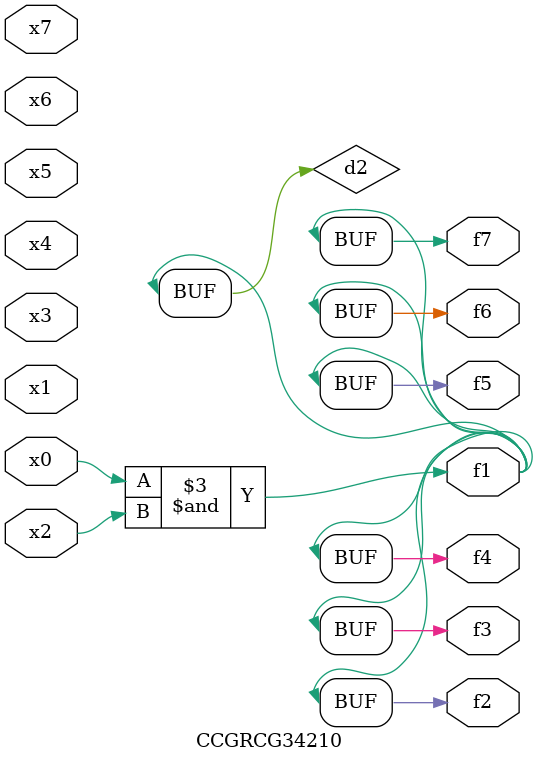
<source format=v>
module CCGRCG34210(
	input x0, x1, x2, x3, x4, x5, x6, x7,
	output f1, f2, f3, f4, f5, f6, f7
);

	wire d1, d2;

	nor (d1, x3, x6);
	and (d2, x0, x2);
	assign f1 = d2;
	assign f2 = d2;
	assign f3 = d2;
	assign f4 = d2;
	assign f5 = d2;
	assign f6 = d2;
	assign f7 = d2;
endmodule

</source>
